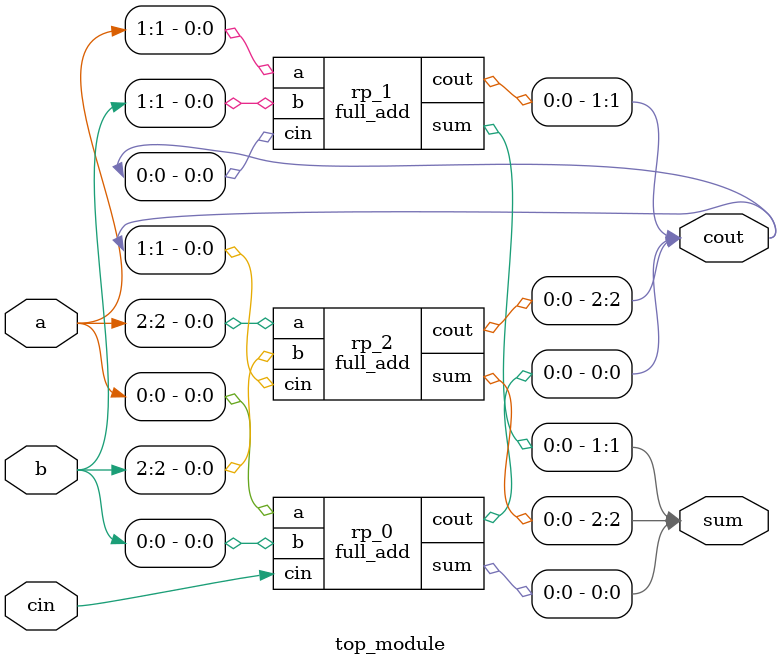
<source format=v>
module full_add(input a,b,cin,output sum,cout);
    assign sum=a^b^cin;
    assign cout=(a&b)|(b&cin)|(a&cin);
endmodule


module top_module( 
    input [2:0] a, b,
    input cin,
    output [2:0] cout,
    output [2:0] sum );
    
    full_add rp_0(.a(a[0]),.b(b[0]),.cin(cin),.sum(sum[0]),.cout(cout[0]));
    full_add rp_1(.a(a[1]),.b(b[1]),.cin(cout[0]),.sum(sum[1]),.cout(cout[1]));
    full_add rp_2(.a(a[2]),.b(b[2]),.cin(cout[1]),.sum(sum[2]),.cout(cout[2]));
    

endmodule

</source>
